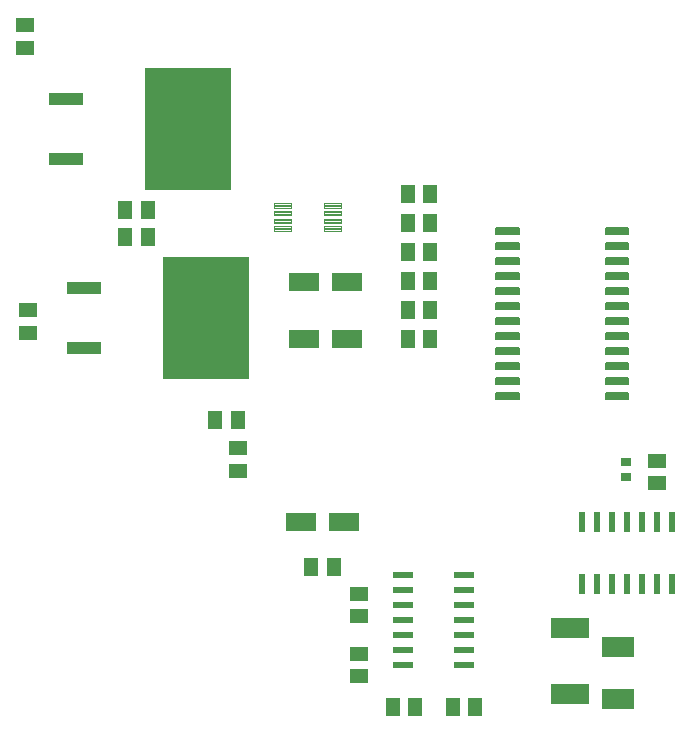
<source format=gtp>
G75*
%MOIN*%
%OFA0B0*%
%FSLAX25Y25*%
%IPPOS*%
%LPD*%
%AMOC8*
5,1,8,0,0,1.08239X$1,22.5*
%
%ADD10R,0.02100X0.06700*%
%ADD11R,0.06700X0.02100*%
%ADD12R,0.05118X0.05906*%
%ADD13R,0.10630X0.07087*%
%ADD14R,0.12598X0.07087*%
%ADD15R,0.03543X0.02756*%
%ADD16R,0.05906X0.05118*%
%ADD17R,0.10236X0.06299*%
%ADD18C,0.00591*%
%ADD19C,0.00492*%
%ADD20R,0.28543X0.40551*%
%ADD21R,0.11811X0.03937*%
D10*
X0210335Y0072427D03*
X0215335Y0072427D03*
X0220335Y0072427D03*
X0225335Y0072427D03*
X0230335Y0072427D03*
X0235335Y0072427D03*
X0240335Y0072427D03*
X0240335Y0092827D03*
X0235335Y0092827D03*
X0230335Y0092827D03*
X0225335Y0092827D03*
X0220335Y0092827D03*
X0215335Y0092827D03*
X0210335Y0092827D03*
D11*
X0171165Y0075320D03*
X0171165Y0070320D03*
X0171165Y0065320D03*
X0171165Y0060320D03*
X0171165Y0055320D03*
X0171165Y0050320D03*
X0171165Y0045320D03*
X0150765Y0045320D03*
X0150765Y0050320D03*
X0150765Y0055320D03*
X0150765Y0060320D03*
X0150765Y0065320D03*
X0150765Y0070320D03*
X0150765Y0075320D03*
D12*
X0127540Y0077800D03*
X0120060Y0077800D03*
X0147225Y0031383D03*
X0154706Y0031383D03*
X0167225Y0031383D03*
X0174706Y0031383D03*
X0095540Y0126800D03*
X0088060Y0126800D03*
X0065540Y0187800D03*
X0058060Y0187800D03*
X0058060Y0196800D03*
X0065540Y0196800D03*
X0152304Y0192729D03*
X0159784Y0192729D03*
X0159784Y0183044D03*
X0152304Y0183044D03*
X0152304Y0173359D03*
X0159784Y0173359D03*
X0159784Y0163674D03*
X0152304Y0163674D03*
X0152304Y0153989D03*
X0159784Y0153989D03*
X0159784Y0202414D03*
X0152304Y0202414D03*
D13*
X0222209Y0051351D03*
X0222209Y0034028D03*
D14*
X0206335Y0035666D03*
X0206335Y0057713D03*
D15*
X0225131Y0107792D03*
X0225131Y0112910D03*
D16*
X0095800Y0110060D03*
X0095800Y0117540D03*
X0135965Y0069060D03*
X0135965Y0061580D03*
X0135965Y0049060D03*
X0135965Y0041580D03*
X0235272Y0105950D03*
X0235272Y0113430D03*
X0025800Y0156060D03*
X0025800Y0163540D03*
X0024800Y0251060D03*
X0024800Y0258540D03*
D17*
X0117713Y0172800D03*
X0131887Y0172800D03*
X0131887Y0153800D03*
X0117713Y0153800D03*
X0116713Y0092800D03*
X0130887Y0092800D03*
D18*
X0181733Y0134083D02*
X0189253Y0134083D01*
X0181733Y0134083D02*
X0181733Y0135855D01*
X0189253Y0135855D01*
X0189253Y0134083D01*
X0189253Y0134673D02*
X0181733Y0134673D01*
X0181733Y0135263D02*
X0189253Y0135263D01*
X0189253Y0135853D02*
X0181733Y0135853D01*
X0181733Y0139083D02*
X0189253Y0139083D01*
X0181733Y0139083D02*
X0181733Y0140855D01*
X0189253Y0140855D01*
X0189253Y0139083D01*
X0189253Y0139673D02*
X0181733Y0139673D01*
X0181733Y0140263D02*
X0189253Y0140263D01*
X0189253Y0140853D02*
X0181733Y0140853D01*
X0181733Y0144083D02*
X0189253Y0144083D01*
X0181733Y0144083D02*
X0181733Y0145855D01*
X0189253Y0145855D01*
X0189253Y0144083D01*
X0189253Y0144673D02*
X0181733Y0144673D01*
X0181733Y0145263D02*
X0189253Y0145263D01*
X0189253Y0145853D02*
X0181733Y0145853D01*
X0181733Y0149083D02*
X0189253Y0149083D01*
X0181733Y0149083D02*
X0181733Y0150855D01*
X0189253Y0150855D01*
X0189253Y0149083D01*
X0189253Y0149673D02*
X0181733Y0149673D01*
X0181733Y0150263D02*
X0189253Y0150263D01*
X0189253Y0150853D02*
X0181733Y0150853D01*
X0181733Y0154083D02*
X0189253Y0154083D01*
X0181733Y0154083D02*
X0181733Y0155855D01*
X0189253Y0155855D01*
X0189253Y0154083D01*
X0189253Y0154673D02*
X0181733Y0154673D01*
X0181733Y0155263D02*
X0189253Y0155263D01*
X0189253Y0155853D02*
X0181733Y0155853D01*
X0181733Y0159083D02*
X0189253Y0159083D01*
X0181733Y0159083D02*
X0181733Y0160855D01*
X0189253Y0160855D01*
X0189253Y0159083D01*
X0189253Y0159673D02*
X0181733Y0159673D01*
X0181733Y0160263D02*
X0189253Y0160263D01*
X0189253Y0160853D02*
X0181733Y0160853D01*
X0181733Y0164083D02*
X0189253Y0164083D01*
X0181733Y0164083D02*
X0181733Y0165855D01*
X0189253Y0165855D01*
X0189253Y0164083D01*
X0189253Y0164673D02*
X0181733Y0164673D01*
X0181733Y0165263D02*
X0189253Y0165263D01*
X0189253Y0165853D02*
X0181733Y0165853D01*
X0181733Y0169083D02*
X0189253Y0169083D01*
X0181733Y0169083D02*
X0181733Y0170855D01*
X0189253Y0170855D01*
X0189253Y0169083D01*
X0189253Y0169673D02*
X0181733Y0169673D01*
X0181733Y0170263D02*
X0189253Y0170263D01*
X0189253Y0170853D02*
X0181733Y0170853D01*
X0181733Y0174083D02*
X0189253Y0174083D01*
X0181733Y0174083D02*
X0181733Y0175855D01*
X0189253Y0175855D01*
X0189253Y0174083D01*
X0189253Y0174673D02*
X0181733Y0174673D01*
X0181733Y0175263D02*
X0189253Y0175263D01*
X0189253Y0175853D02*
X0181733Y0175853D01*
X0181733Y0179083D02*
X0189253Y0179083D01*
X0181733Y0179083D02*
X0181733Y0180855D01*
X0189253Y0180855D01*
X0189253Y0179083D01*
X0189253Y0179673D02*
X0181733Y0179673D01*
X0181733Y0180263D02*
X0189253Y0180263D01*
X0189253Y0180853D02*
X0181733Y0180853D01*
X0181733Y0184083D02*
X0189253Y0184083D01*
X0181733Y0184083D02*
X0181733Y0185855D01*
X0189253Y0185855D01*
X0189253Y0184083D01*
X0189253Y0184673D02*
X0181733Y0184673D01*
X0181733Y0185263D02*
X0189253Y0185263D01*
X0189253Y0185853D02*
X0181733Y0185853D01*
X0181733Y0189083D02*
X0189253Y0189083D01*
X0181733Y0189083D02*
X0181733Y0190855D01*
X0189253Y0190855D01*
X0189253Y0189083D01*
X0189253Y0189673D02*
X0181733Y0189673D01*
X0181733Y0190263D02*
X0189253Y0190263D01*
X0189253Y0190853D02*
X0181733Y0190853D01*
X0218268Y0189083D02*
X0225788Y0189083D01*
X0218268Y0189083D02*
X0218268Y0190855D01*
X0225788Y0190855D01*
X0225788Y0189083D01*
X0225788Y0189673D02*
X0218268Y0189673D01*
X0218268Y0190263D02*
X0225788Y0190263D01*
X0225788Y0190853D02*
X0218268Y0190853D01*
X0218268Y0184083D02*
X0225788Y0184083D01*
X0218268Y0184083D02*
X0218268Y0185855D01*
X0225788Y0185855D01*
X0225788Y0184083D01*
X0225788Y0184673D02*
X0218268Y0184673D01*
X0218268Y0185263D02*
X0225788Y0185263D01*
X0225788Y0185853D02*
X0218268Y0185853D01*
X0218268Y0179083D02*
X0225788Y0179083D01*
X0218268Y0179083D02*
X0218268Y0180855D01*
X0225788Y0180855D01*
X0225788Y0179083D01*
X0225788Y0179673D02*
X0218268Y0179673D01*
X0218268Y0180263D02*
X0225788Y0180263D01*
X0225788Y0180853D02*
X0218268Y0180853D01*
X0218268Y0174083D02*
X0225788Y0174083D01*
X0218268Y0174083D02*
X0218268Y0175855D01*
X0225788Y0175855D01*
X0225788Y0174083D01*
X0225788Y0174673D02*
X0218268Y0174673D01*
X0218268Y0175263D02*
X0225788Y0175263D01*
X0225788Y0175853D02*
X0218268Y0175853D01*
X0218268Y0169083D02*
X0225788Y0169083D01*
X0218268Y0169083D02*
X0218268Y0170855D01*
X0225788Y0170855D01*
X0225788Y0169083D01*
X0225788Y0169673D02*
X0218268Y0169673D01*
X0218268Y0170263D02*
X0225788Y0170263D01*
X0225788Y0170853D02*
X0218268Y0170853D01*
X0218268Y0164083D02*
X0225788Y0164083D01*
X0218268Y0164083D02*
X0218268Y0165855D01*
X0225788Y0165855D01*
X0225788Y0164083D01*
X0225788Y0164673D02*
X0218268Y0164673D01*
X0218268Y0165263D02*
X0225788Y0165263D01*
X0225788Y0165853D02*
X0218268Y0165853D01*
X0218268Y0159083D02*
X0225788Y0159083D01*
X0218268Y0159083D02*
X0218268Y0160855D01*
X0225788Y0160855D01*
X0225788Y0159083D01*
X0225788Y0159673D02*
X0218268Y0159673D01*
X0218268Y0160263D02*
X0225788Y0160263D01*
X0225788Y0160853D02*
X0218268Y0160853D01*
X0218268Y0154083D02*
X0225788Y0154083D01*
X0218268Y0154083D02*
X0218268Y0155855D01*
X0225788Y0155855D01*
X0225788Y0154083D01*
X0225788Y0154673D02*
X0218268Y0154673D01*
X0218268Y0155263D02*
X0225788Y0155263D01*
X0225788Y0155853D02*
X0218268Y0155853D01*
X0218268Y0149083D02*
X0225788Y0149083D01*
X0218268Y0149083D02*
X0218268Y0150855D01*
X0225788Y0150855D01*
X0225788Y0149083D01*
X0225788Y0149673D02*
X0218268Y0149673D01*
X0218268Y0150263D02*
X0225788Y0150263D01*
X0225788Y0150853D02*
X0218268Y0150853D01*
X0218268Y0144083D02*
X0225788Y0144083D01*
X0218268Y0144083D02*
X0218268Y0145855D01*
X0225788Y0145855D01*
X0225788Y0144083D01*
X0225788Y0144673D02*
X0218268Y0144673D01*
X0218268Y0145263D02*
X0225788Y0145263D01*
X0225788Y0145853D02*
X0218268Y0145853D01*
X0218268Y0139083D02*
X0225788Y0139083D01*
X0218268Y0139083D02*
X0218268Y0140855D01*
X0225788Y0140855D01*
X0225788Y0139083D01*
X0225788Y0139673D02*
X0218268Y0139673D01*
X0218268Y0140263D02*
X0225788Y0140263D01*
X0225788Y0140853D02*
X0218268Y0140853D01*
X0218268Y0134083D02*
X0225788Y0134083D01*
X0218268Y0134083D02*
X0218268Y0135855D01*
X0225788Y0135855D01*
X0225788Y0134083D01*
X0225788Y0134673D02*
X0218268Y0134673D01*
X0218268Y0135263D02*
X0225788Y0135263D01*
X0225788Y0135853D02*
X0218268Y0135853D01*
D19*
X0130145Y0191510D02*
X0124259Y0191510D01*
X0130145Y0191510D02*
X0130145Y0190034D01*
X0124259Y0190034D01*
X0124259Y0191510D01*
X0124259Y0190525D02*
X0130145Y0190525D01*
X0130145Y0191016D02*
X0124259Y0191016D01*
X0124259Y0191507D02*
X0130145Y0191507D01*
X0130145Y0194069D02*
X0124259Y0194069D01*
X0130145Y0194069D02*
X0130145Y0192593D01*
X0124259Y0192593D01*
X0124259Y0194069D01*
X0124259Y0193084D02*
X0130145Y0193084D01*
X0130145Y0193575D02*
X0124259Y0193575D01*
X0124259Y0194066D02*
X0130145Y0194066D01*
X0130145Y0196629D02*
X0124259Y0196629D01*
X0130145Y0196629D02*
X0130145Y0195153D01*
X0124259Y0195153D01*
X0124259Y0196629D01*
X0124259Y0195644D02*
X0130145Y0195644D01*
X0130145Y0196135D02*
X0124259Y0196135D01*
X0124259Y0196626D02*
X0130145Y0196626D01*
X0130145Y0199188D02*
X0124259Y0199188D01*
X0130145Y0199188D02*
X0130145Y0197712D01*
X0124259Y0197712D01*
X0124259Y0199188D01*
X0124259Y0198203D02*
X0130145Y0198203D01*
X0130145Y0198694D02*
X0124259Y0198694D01*
X0124259Y0199185D02*
X0130145Y0199185D01*
X0113452Y0199188D02*
X0107566Y0199188D01*
X0113452Y0199188D02*
X0113452Y0197712D01*
X0107566Y0197712D01*
X0107566Y0199188D01*
X0107566Y0198203D02*
X0113452Y0198203D01*
X0113452Y0198694D02*
X0107566Y0198694D01*
X0107566Y0199185D02*
X0113452Y0199185D01*
X0113452Y0196629D02*
X0107566Y0196629D01*
X0113452Y0196629D02*
X0113452Y0195153D01*
X0107566Y0195153D01*
X0107566Y0196629D01*
X0107566Y0195644D02*
X0113452Y0195644D01*
X0113452Y0196135D02*
X0107566Y0196135D01*
X0107566Y0196626D02*
X0113452Y0196626D01*
X0113452Y0194069D02*
X0107566Y0194069D01*
X0113452Y0194069D02*
X0113452Y0192593D01*
X0107566Y0192593D01*
X0107566Y0194069D01*
X0107566Y0193084D02*
X0113452Y0193084D01*
X0113452Y0193575D02*
X0107566Y0193575D01*
X0107566Y0194066D02*
X0113452Y0194066D01*
X0113452Y0191510D02*
X0107566Y0191510D01*
X0113452Y0191510D02*
X0113452Y0190034D01*
X0107566Y0190034D01*
X0107566Y0191510D01*
X0107566Y0190525D02*
X0113452Y0190525D01*
X0113452Y0191016D02*
X0107566Y0191016D01*
X0107566Y0191507D02*
X0113452Y0191507D01*
D20*
X0084942Y0160800D03*
X0078942Y0223800D03*
D21*
X0038391Y0213800D03*
X0038391Y0233800D03*
X0044391Y0170800D03*
X0044391Y0150800D03*
M02*

</source>
